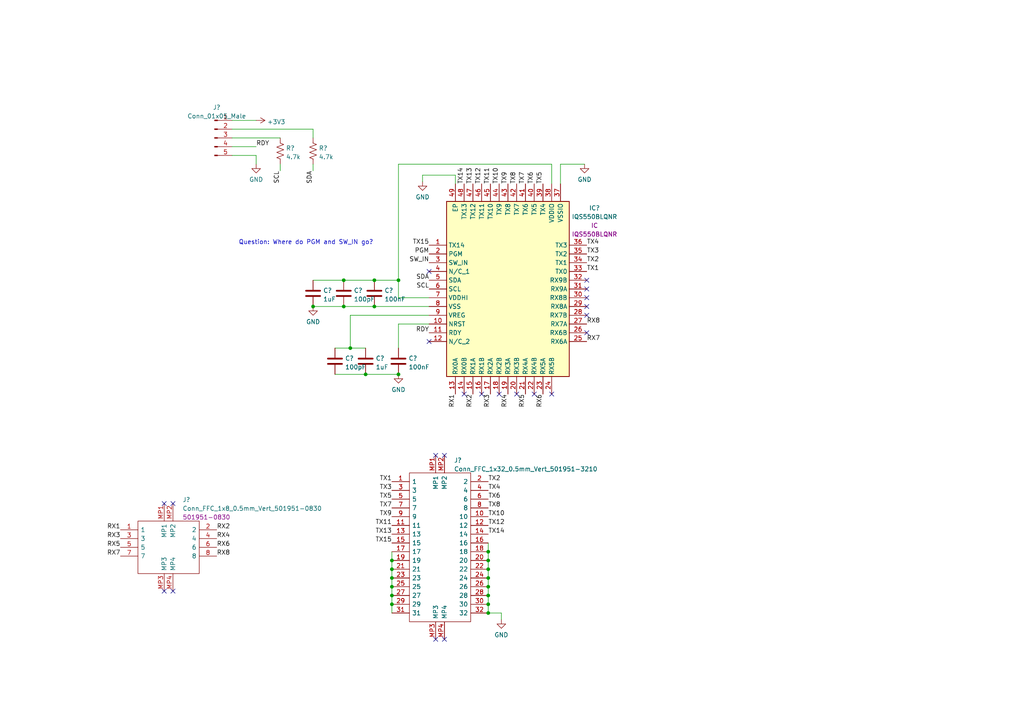
<source format=kicad_sch>
(kicad_sch (version 20211123) (generator eeschema)
  (paper "A4")
  (lib_symbols
    (symbol "Connector:Conn_01x05_Male" (pin_names (offset 1.016) hide)
      (property "Reference" "J" (at 0 7.62 0))
      (property "Value" "Conn_01x05_Male" (at 0 -7.62 0))
      (symbol "Conn_01x05_Male_1_1"
        (polyline (pts (xy 1.27 -5.08) (xy 0.8636 -5.08)) (stroke (width 0.1524)))
        (polyline (pts (xy 1.27 -2.54) (xy 0.8636 -2.54)) (stroke (width 0.1524)))
        (polyline (pts (xy 1.27 0) (xy 0.8636 0)) (stroke (width 0.1524)))
        (polyline (pts (xy 1.27 2.54) (xy 0.8636 2.54)) (stroke (width 0.1524)))
        (polyline (pts (xy 1.27 5.08) (xy 0.8636 5.08)) (stroke (width 0.1524)))
        (rectangle (start 0.8636 -4.953) (end 0 -5.207) (stroke (width 0.1524)) (fill (type outline)))
        (rectangle (start 0.8636 -2.413) (end 0 -2.667) (stroke (width 0.1524)) (fill (type outline)))
        (rectangle (start 0.8636 0.127) (end 0 -0.127) (stroke (width 0.1524)) (fill (type outline)))
        (rectangle (start 0.8636 2.667) (end 0 2.413) (stroke (width 0.1524)) (fill (type outline)))
        (rectangle (start 0.8636 5.207) (end 0 4.953) (stroke (width 0.1524)) (fill (type outline)))
        (pin passive line (at 5.08 5.08 180) (length 3.81) (name "Pin_1") (number "1"))
        (pin passive line (at 5.08 2.54 180) (length 3.81) (name "Pin_2") (number "2"))
        (pin passive line (at 5.08 0 180) (length 3.81) (name "Pin_3") (number "3"))
        (pin passive line (at 5.08 -2.54 180) (length 3.81) (name "Pin_4") (number "4"))
        (pin passive line (at 5.08 -5.08 180) (length 3.81) (name "Pin_5") (number "5"))
      )
    )
    (symbol "Device:C" (pin_numbers hide) (pin_names (offset 0.254))
      (property "Reference" "C" (at 0.635 2.54 0))
      (property "Value" "C" (at 0.635 -2.54 0))
      (symbol "C_0_1"
        (polyline (pts (xy -2.032 -0.762) (xy 2.032 -0.762)) (stroke (width 0.508)))
        (polyline (pts (xy -2.032 0.762) (xy 2.032 0.762)) (stroke (width 0.508)))
      )
      (symbol "C_1_1"
        (pin passive line (at 0 3.81 270) (length 2.794) (name "~") (number "1"))
        (pin passive line (at 0 -3.81 90) (length 2.794) (name "~") (number "2"))
      )
    )
    (symbol "Device:R_US" (pin_numbers hide) (pin_names (offset 0))
      (property "Reference" "R" (at 2.54 0 90))
      (property "Value" "R_US" (at -2.54 0 90))
      (symbol "R_US_0_1"
        (polyline (pts (xy 0 -2.286) (xy 0 -2.54)))
        (polyline (pts (xy 0 2.286) (xy 0 2.54)))
        (polyline (pts (xy 0 -0.762) (xy 1.016 -1.143) (xy 0 -1.524) (xy -1.016 -1.905) (xy 0 -2.286)))
        (polyline (pts (xy 0 0.762) (xy 1.016 0.381) (xy 0 0) (xy -1.016 -0.381) (xy 0 -0.762)))
        (polyline (pts (xy 0 2.286) (xy 1.016 1.905) (xy 0 1.524) (xy -1.016 1.143) (xy 0 0.762)))
      )
      (symbol "R_US_1_1"
        (pin passive line (at 0 3.81 270) (length 1.27) (name "~") (number "1"))
        (pin passive line (at 0 -3.81 90) (length 1.27) (name "~") (number "2"))
      )
    )
    (symbol "asmr-kicad:Conn_FFC_1x32_0.5mm_Vert_501951-3210" (pin_names (offset 0.762))
      (property "Reference" "J" (at 49.53 12.7 0))
      (property "Value" "Conn_FFC_1x32_0.5mm_Vert_501951-3210" (at 49.53 10.16 0))
      (symbol "Conn_FFC_1x32_0.5mm_Vert_501951-3210_0_0"
        (pin passive line (at 7.62 -15.24 90) (length 5.08) (name "1") (number "1"))
        (pin passive line (at 17.78 12.7 270) (length 5.08) (name "10") (number "10"))
        (pin passive line (at 20.32 -15.24 90) (length 5.08) (name "11") (number "11"))
        (pin passive line (at 20.32 12.7 270) (length 5.08) (name "12") (number "12"))
        (pin passive line (at 22.86 -15.24 90) (length 5.08) (name "13") (number "13"))
        (pin passive line (at 22.86 12.7 270) (length 5.08) (name "14") (number "14"))
        (pin passive line (at 25.4 -15.24 90) (length 5.08) (name "15") (number "15"))
        (pin passive line (at 25.4 12.7 270) (length 5.08) (name "16") (number "16"))
        (pin passive line (at 27.94 -15.24 90) (length 5.08) (name "17") (number "17"))
        (pin passive line (at 27.94 12.7 270) (length 5.08) (name "18") (number "18"))
        (pin passive line (at 30.48 -15.24 90) (length 5.08) (name "19") (number "19"))
        (pin passive line (at 7.62 12.7 270) (length 5.08) (name "2") (number "2"))
        (pin passive line (at 30.48 12.7 270) (length 5.08) (name "20") (number "20"))
        (pin passive line (at 33.02 -15.24 90) (length 5.08) (name "21") (number "21"))
        (pin passive line (at 33.02 12.7 270) (length 5.08) (name "22") (number "22"))
        (pin passive line (at 35.56 -15.24 90) (length 5.08) (name "23") (number "23"))
        (pin passive line (at 35.56 12.7 270) (length 5.08) (name "24") (number "24"))
        (pin passive line (at 38.1 -15.24 90) (length 5.08) (name "25") (number "25"))
        (pin passive line (at 38.1 12.7 270) (length 5.08) (name "26") (number "26"))
        (pin passive line (at 40.64 -15.24 90) (length 5.08) (name "27") (number "27"))
        (pin passive line (at 40.64 12.7 270) (length 5.08) (name "28") (number "28"))
        (pin passive line (at 43.18 -15.24 90) (length 5.08) (name "29") (number "29"))
        (pin passive line (at 10.16 -15.24 90) (length 5.08) (name "3") (number "3"))
        (pin passive line (at 43.18 12.7 270) (length 5.08) (name "30") (number "30"))
        (pin passive line (at 45.72 -15.24 90) (length 5.08) (name "31") (number "31"))
        (pin passive line (at 45.72 12.7 270) (length 5.08) (name "32") (number "32"))
        (pin passive line (at 10.16 12.7 270) (length 5.08) (name "4") (number "4"))
        (pin passive line (at 12.7 -15.24 90) (length 5.08) (name "5") (number "5"))
        (pin passive line (at 12.7 12.7 270) (length 5.08) (name "6") (number "6"))
        (pin passive line (at 15.24 -15.24 90) (length 5.08) (name "7") (number "7"))
        (pin passive line (at 15.24 12.7 270) (length 5.08) (name "8") (number "8"))
        (pin passive line (at 17.78 -15.24 90) (length 5.08) (name "9") (number "9"))
        (pin passive line (at 0 -2.54 0) (length 5.08) (name "MP1") (number "MP1"))
        (pin passive line (at 0 0 0) (length 5.08) (name "MP2") (number "MP2"))
        (pin passive line (at 53.34 -2.54 180) (length 5.08) (name "MP3") (number "MP3"))
        (pin passive line (at 53.34 0 180) (length 5.08) (name "MP4") (number "MP4"))
      )
      (symbol "Conn_FFC_1x32_0.5mm_Vert_501951-3210_0_1"
        (polyline (pts (xy 5.08 7.62) (xy 48.26 7.62) (xy 48.26 -10.16) (xy 5.08 -10.16) (xy 5.08 7.62)) (stroke (width 0.1524)))
      )
    )
    (symbol "asmr-kicad:Conn_FFC_1x8_0.5mm_Vert_501951-0830" (pin_names (offset 0.762))
      (property "Reference" "J" (at 21.59 12.7 0))
      (property "Value" "Conn_FFC_1x8_0.5mm_Vert_501951-0830" (at 21.59 10.16 0))
      (property "mpn" "501951-0830" (at 0 0 0))
      (symbol "Conn_FFC_1x8_0.5mm_Vert_501951-0830_0_0"
        (pin passive line (at 7.62 -15.24 90) (length 5.08) (name "1") (number "1"))
        (pin passive line (at 7.62 12.7 270) (length 5.08) (name "2") (number "2"))
        (pin passive line (at 10.16 -15.24 90) (length 5.08) (name "3") (number "3"))
        (pin passive line (at 10.16 12.7 270) (length 5.08) (name "4") (number "4"))
        (pin passive line (at 12.7 -15.24 90) (length 5.08) (name "5") (number "5"))
        (pin passive line (at 12.7 12.7 270) (length 5.08) (name "6") (number "6"))
        (pin passive line (at 15.24 -15.24 90) (length 5.08) (name "7") (number "7"))
        (pin passive line (at 15.24 12.7 270) (length 5.08) (name "8") (number "8"))
        (pin passive line (at 0 -2.54 0) (length 5.08) (name "MP1") (number "MP1"))
        (pin passive line (at 0 0 0) (length 5.08) (name "MP2") (number "MP2"))
        (pin passive line (at 25.4 -2.54 180) (length 5.08) (name "MP3") (number "MP3"))
        (pin passive line (at 25.4 0 180) (length 5.08) (name "MP4") (number "MP4"))
      )
      (symbol "Conn_FFC_1x8_0.5mm_Vert_501951-0830_0_1"
        (polyline (pts (xy 5.08 7.62) (xy 20.32 7.62) (xy 20.32 -10.16) (xy 5.08 -10.16) (xy 5.08 7.62)) (stroke (width 0.1524)))
      )
    )
    (symbol "asmr-kicad:IQS550BLQNR"
      (property "Reference" "IC" (at 0 0 0))
      (property "Value" "IQS550BLQNR" (at 48.26 11.43 0))
      (property "Reference_1" "IC" (at 41.91 17.78 0))
      (property "Value_1" "IQS550BLQNR" (at 41.91 15.24 0))
      (symbol "IQS550BLQNR_1_1"
        (rectangle (start 5.08 12.7) (end 40.64 -38.1) (stroke (width 0.254)) (fill (type background)))
        (pin passive line (at 0 0 0) (length 5.08) (name "TX14") (number "1"))
        (pin passive line (at 0 -22.86 0) (length 5.08) (name "NRST") (number "10"))
        (pin passive line (at 0 -25.4 0) (length 5.08) (name "RDY") (number "11"))
        (pin passive line (at 0 -27.94 0) (length 5.08) (name "N/C_2") (number "12"))
        (pin passive line (at 7.62 -43.18 90) (length 5.08) (name "RX0A") (number "13"))
        (pin passive line (at 10.16 -43.18 90) (length 5.08) (name "RX0B") (number "14"))
        (pin passive line (at 12.7 -43.18 90) (length 5.08) (name "RX1A") (number "15"))
        (pin passive line (at 15.24 -43.18 90) (length 5.08) (name "RX1B") (number "16"))
        (pin passive line (at 17.78 -43.18 90) (length 5.08) (name "RX2A") (number "17"))
        (pin passive line (at 20.32 -43.18 90) (length 5.08) (name "RX2B") (number "18"))
        (pin passive line (at 22.86 -43.18 90) (length 5.08) (name "RX3A") (number "19"))
        (pin passive line (at 0 -2.54 0) (length 5.08) (name "PGM") (number "2"))
        (pin passive line (at 25.4 -43.18 90) (length 5.08) (name "RX3B") (number "20"))
        (pin passive line (at 27.94 -43.18 90) (length 5.08) (name "RX4A") (number "21"))
        (pin passive line (at 30.48 -43.18 90) (length 5.08) (name "RX4B") (number "22"))
        (pin passive line (at 33.02 -43.18 90) (length 5.08) (name "RX5A") (number "23"))
        (pin passive line (at 35.56 -43.18 90) (length 5.08) (name "RX5B") (number "24"))
        (pin passive line (at 45.72 -27.94 180) (length 5.08) (name "RX6A") (number "25"))
        (pin passive line (at 45.72 -25.4 180) (length 5.08) (name "RX6B") (number "26"))
        (pin passive line (at 45.72 -22.86 180) (length 5.08) (name "RX7A") (number "27"))
        (pin passive line (at 45.72 -20.32 180) (length 5.08) (name "RX7B") (number "28"))
        (pin passive line (at 45.72 -17.78 180) (length 5.08) (name "RX8A") (number "29"))
        (pin passive line (at 0 -5.08 0) (length 5.08) (name "SW_IN") (number "3"))
        (pin passive line (at 45.72 -15.24 180) (length 5.08) (name "RX8B") (number "30"))
        (pin passive line (at 45.72 -12.7 180) (length 5.08) (name "RX9A") (number "31"))
        (pin passive line (at 45.72 -10.16 180) (length 5.08) (name "RX9B") (number "32"))
        (pin passive line (at 45.72 -7.62 180) (length 5.08) (name "TX0") (number "33"))
        (pin passive line (at 45.72 -5.08 180) (length 5.08) (name "TX1") (number "34"))
        (pin passive line (at 45.72 -2.54 180) (length 5.08) (name "TX2") (number "35"))
        (pin passive line (at 45.72 0 180) (length 5.08) (name "TX3") (number "36"))
        (pin passive line (at 38.1 17.78 270) (length 5.08) (name "VSSIO") (number "37"))
        (pin passive line (at 35.56 17.78 270) (length 5.08) (name "VDDIO") (number "38"))
        (pin passive line (at 33.02 17.78 270) (length 5.08) (name "TX4") (number "39"))
        (pin passive line (at 0 -7.62 0) (length 5.08) (name "N/C_1") (number "4"))
        (pin passive line (at 30.48 17.78 270) (length 5.08) (name "TX5") (number "40"))
        (pin passive line (at 27.94 17.78 270) (length 5.08) (name "TX6") (number "41"))
        (pin passive line (at 25.4 17.78 270) (length 5.08) (name "TX7") (number "42"))
        (pin passive line (at 22.86 17.78 270) (length 5.08) (name "TX8") (number "43"))
        (pin passive line (at 20.32 17.78 270) (length 5.08) (name "TX9") (number "44"))
        (pin passive line (at 17.78 17.78 270) (length 5.08) (name "TX10") (number "45"))
        (pin passive line (at 15.24 17.78 270) (length 5.08) (name "TX11") (number "46"))
        (pin passive line (at 12.7 17.78 270) (length 5.08) (name "TX12") (number "47"))
        (pin passive line (at 10.16 17.78 270) (length 5.08) (name "TX13") (number "48"))
        (pin passive line (at 7.62 17.78 270) (length 5.08) (name "EP") (number "49"))
        (pin passive line (at 0 -10.16 0) (length 5.08) (name "SDA") (number "5"))
        (pin passive line (at 0 -12.7 0) (length 5.08) (name "SCL") (number "6"))
        (pin passive line (at 0 -15.24 0) (length 5.08) (name "VDDHI") (number "7"))
        (pin passive line (at 0 -17.78 0) (length 5.08) (name "VSS") (number "8"))
        (pin passive line (at 0 -20.32 0) (length 5.08) (name "VREG") (number "9"))
      )
    )
    (symbol "power:+3V3" (power) (pin_names (offset 0))
      (property "Value" "+3V3" (at 0 3.556 0))
      (symbol "+3V3_0_1"
        (polyline (pts (xy -0.762 1.27) (xy 0 2.54)))
        (polyline (pts (xy 0 0) (xy 0 2.54)))
        (polyline (pts (xy 0 2.54) (xy 0.762 1.27)))
      )
      (symbol "+3V3_1_1"
        (pin power_in line (at 0 0 90) (length 0) hide (name "+3V3") (number "1"))
      )
    )
    (symbol "power:GND" (power) (pin_names (offset 0))
      (property "Value" "GND" (at 0 -3.81 0))
      (symbol "GND_0_1"
        (polyline (pts (xy 0 0) (xy 0 -1.27) (xy 1.27 -1.27) (xy 0 -2.54) (xy -1.27 -1.27) (xy 0 -1.27)))
      )
      (symbol "GND_1_1"
        (pin power_in line (at 0 0 270) (length 0) hide (name "GND") (number "1"))
      )
    )
  )
  (junction (at 113.665 170.18))
  (junction (at 113.665 172.72))
  (junction (at 141.605 175.26))
  (junction (at 113.665 162.56))
  (junction (at 141.605 172.72))
  (junction (at 90.805 88.9))
  (junction (at 141.605 162.56))
  (junction (at 141.605 160.02))
  (junction (at 106.045 108.585))
  (junction (at 113.665 165.1))
  (junction (at 115.57 81.28))
  (junction (at 113.665 167.64))
  (junction (at 141.605 165.1))
  (junction (at 141.605 170.18))
  (junction (at 115.57 108.585))
  (junction (at 108.585 88.9))
  (junction (at 141.605 177.8))
  (junction (at 108.585 81.28))
  (junction (at 101.6 100.965))
  (junction (at 141.605 167.64))
  (junction (at 113.665 175.26))
  (junction (at 99.695 81.28))
  (junction (at 99.695 88.9))
  (no_connect (at 170.18 88.9))
  (no_connect (at 170.18 96.52))
  (no_connect (at 170.18 91.44))
  (no_connect (at 170.18 86.36))
  (no_connect (at 170.18 81.28))
  (no_connect (at 170.18 83.82))
  (no_connect (at 124.46 78.74))
  (no_connect (at 124.46 99.06))
  (no_connect (at 160.02 114.3))
  (no_connect (at 154.94 114.3))
  (no_connect (at 149.86 114.3))
  (no_connect (at 144.78 114.3))
  (no_connect (at 139.7 114.3))
  (no_connect (at 134.62 114.3))
  (no_connect (at 126.365 185.42))
  (no_connect (at 128.905 185.42))
  (no_connect (at 126.365 132.08))
  (no_connect (at 128.905 132.08))
  (no_connect (at 47.625 171.45))
  (no_connect (at 50.165 171.45))
  (no_connect (at 47.625 146.05))
  (no_connect (at 50.165 146.05))
  (wire (pts (xy 67.31 42.545) (xy 74.295 42.545)))
  (wire (pts (xy 162.56 47.625) (xy 169.545 47.625)))
  (wire (pts (xy 115.57 93.98) (xy 115.57 100.965)))
  (wire (pts (xy 145.415 177.8) (xy 145.415 179.705)))
  (wire (pts (xy 115.57 86.36) (xy 115.57 81.28)))
  (wire (pts (xy 90.805 47.625) (xy 90.805 49.53)))
  (wire (pts (xy 90.805 81.28) (xy 99.695 81.28)))
  (wire (pts (xy 141.605 170.18) (xy 141.605 172.72)))
  (wire (pts (xy 99.695 88.9) (xy 108.585 88.9)))
  (wire (pts (xy 90.805 37.465) (xy 90.805 40.005)))
  (wire (pts (xy 101.6 91.44) (xy 124.46 91.44)))
  (wire (pts (xy 141.605 177.8) (xy 145.415 177.8)))
  (wire (pts (xy 141.605 175.26) (xy 141.605 177.8)))
  (wire (pts (xy 113.665 175.26) (xy 113.665 177.8)))
  (wire (pts (xy 67.31 45.085) (xy 74.295 45.085)))
  (wire (pts (xy 115.57 81.28) (xy 108.585 81.28)))
  (wire (pts (xy 162.56 53.34) (xy 162.56 47.625)))
  (wire (pts (xy 113.665 160.02) (xy 113.665 162.56)))
  (wire (pts (xy 115.57 47.625) (xy 115.57 81.28)))
  (wire (pts (xy 106.045 108.585) (xy 115.57 108.585)))
  (wire (pts (xy 124.46 86.36) (xy 115.57 86.36)))
  (wire (pts (xy 67.31 37.465) (xy 90.805 37.465)))
  (wire (pts (xy 108.585 88.9) (xy 124.46 88.9)))
  (wire (pts (xy 141.605 167.64) (xy 141.605 170.18)))
  (wire (pts (xy 81.28 47.625) (xy 81.28 49.53)))
  (wire (pts (xy 132.08 50.8) (xy 122.555 50.8)))
  (wire (pts (xy 132.08 53.34) (xy 132.08 50.8)))
  (wire (pts (xy 113.665 170.18) (xy 113.665 172.72)))
  (wire (pts (xy 67.31 34.925) (xy 74.295 34.925)))
  (wire (pts (xy 141.605 172.72) (xy 141.605 175.26)))
  (wire (pts (xy 74.295 45.085) (xy 74.295 47.625)))
  (wire (pts (xy 122.555 50.8) (xy 122.555 52.705)))
  (wire (pts (xy 141.605 165.1) (xy 141.605 167.64)))
  (wire (pts (xy 160.02 47.625) (xy 115.57 47.625)))
  (wire (pts (xy 113.665 167.64) (xy 113.665 170.18)))
  (wire (pts (xy 124.46 93.98) (xy 115.57 93.98)))
  (wire (pts (xy 113.665 165.1) (xy 113.665 167.64)))
  (wire (pts (xy 101.6 100.965) (xy 106.045 100.965)))
  (wire (pts (xy 101.6 91.44) (xy 101.6 100.965)))
  (wire (pts (xy 90.805 88.9) (xy 99.695 88.9)))
  (wire (pts (xy 97.155 108.585) (xy 106.045 108.585)))
  (wire (pts (xy 99.695 81.28) (xy 108.585 81.28)))
  (wire (pts (xy 141.605 157.48) (xy 141.605 160.02)))
  (wire (pts (xy 113.665 162.56) (xy 113.665 165.1)))
  (wire (pts (xy 97.155 100.965) (xy 101.6 100.965)))
  (wire (pts (xy 113.665 172.72) (xy 113.665 175.26)))
  (wire (pts (xy 141.605 160.02) (xy 141.605 162.56)))
  (wire (pts (xy 160.02 53.34) (xy 160.02 47.625)))
  (wire (pts (xy 67.31 40.005) (xy 81.28 40.005)))
  (wire (pts (xy 141.605 162.56) (xy 141.605 165.1)))
  (text "Question: Where do PGM and SW_IN go?" (at 69.215 71.12 0) (effects (font (size 1.27 1.27)) (justify left bottom)))
  (label "RX2" (at 137.16 114.3 270))
  (label "TX5" (at 113.665 144.78 180))
  (label "SCL" (at 81.28 49.53 270))
  (label "TX11" (at 113.665 152.4 180))
  (label "TX14" (at 134.62 53.34 90))
  (label "RX8" (at 170.18 93.98 0))
  (label "SDA" (at 90.805 49.53 270))
  (label "TX6" (at 154.94 53.34 90))
  (label "TX2" (at 141.605 139.7 0))
  (label "RX5" (at 34.925 158.75 180))
  (label "RX6" (at 62.865 158.75 0))
  (label "TX5" (at 157.48 53.34 90))
  (label "SW_IN" (at 124.46 76.2 180))
  (label "TX8" (at 141.605 147.32 0))
  (label "RX3" (at 34.925 156.21 180))
  (label "TX12" (at 139.7 53.34 90))
  (label "TX4" (at 170.18 71.12 0))
  (label "RX5" (at 152.4 114.3 270))
  (label "TX1" (at 113.665 139.7 180))
  (label "RDY" (at 74.295 42.545 0))
  (label "TX4" (at 141.605 142.24 0))
  (label "TX8" (at 149.86 53.34 90))
  (label "RX1" (at 34.925 153.67 180))
  (label "TX3" (at 170.18 73.66 0))
  (label "TX13" (at 113.665 154.94 180))
  (label "TX10" (at 144.78 53.34 90))
  (label "TX14" (at 141.605 154.94 0))
  (label "RX1" (at 132.08 114.3 270))
  (label "TX6" (at 141.605 144.78 0))
  (label "RX8" (at 62.865 161.29 0))
  (label "TX15" (at 124.46 71.12 180))
  (label "RX2" (at 62.865 153.67 0))
  (label "TX7" (at 152.4 53.34 90))
  (label "TX9" (at 147.32 53.34 90))
  (label "TX3" (at 113.665 142.24 180))
  (label "TX11" (at 142.24 53.34 90))
  (label "RDY" (at 124.46 96.52 180))
  (label "PGM" (at 124.46 73.66 180))
  (label "RX4" (at 62.865 156.21 0))
  (label "RX7" (at 170.18 99.06 0))
  (label "TX13" (at 137.16 53.34 90))
  (label "TX9" (at 113.665 149.86 180))
  (label "TX1" (at 170.18 78.74 0))
  (label "TX2" (at 170.18 76.2 0))
  (label "SDA" (at 124.46 81.28 180))
  (label "TX10" (at 141.605 149.86 0))
  (label "RX6" (at 157.48 114.3 270))
  (label "TX15" (at 113.665 157.48 180))
  (label "TX7" (at 113.665 147.32 180))
  (label "RX4" (at 147.32 114.3 270))
  (label "RX7" (at 34.925 161.29 180))
  (label "TX12" (at 141.605 152.4 0))
  (label "SCL" (at 124.46 83.82 180))
  (label "RX3" (at 142.24 114.3 270))
  (symbol (lib_id "asmr-kicad:Conn_FFC_1x8_0.5mm_Vert_501951-0830") (at 50.165 146.05 270) (unit 1)
    (property "Reference" "J?" (at 52.9337 144.9442 90) (effects (justify left)))
    (property "Value" "Conn_FFC_1x8_0.5mm_Vert_501951-0830" (at 52.9337 147.4811 90) (effects (justify left)))
    (property "Footprint" "ASMR_footprints:Conn_FFC_1x8_0.5mm_Molex_5019510830" (effects hide))
    (property "Datasheet" "https://www.molex.com/webdocs/datasheets/pdf/en-us/5019510830_FFC_FPC_CONNECTORS.pdf" (effects hide))
    (property "Description" "0.5 FPC HSG ASSY EASYONST8CKT MBSTPPKG" (effects hide))
    (property "Height" "4.54" (effects hide))
    (property "Mouser Part Number" "538-501951-0830" (effects hide))
    (property "Mouser Price/Stock" "https://www.mouser.co.uk/ProductDetail/Molex/501951-0830?qs=PzGy0jfpSMtqYfXm3SDyHQ%3D%3D" (effects hide))
    (property "Manufacturer_Name" "Molex" (effects hide))
    (property "Manufacturer_Part_Number" "501951-0830" (effects hide))
    (property "mpn" "501951-0830" (at 52.9337 150.018 90) (effects (justify left)))
  )
  (symbol (lib_id "asmr-kicad:IQS550BLQNR") (at 124.46 71.12 0) (unit 1)
    (property "Reference" "IC?" (at 172.4426 60.3397 0))
    (property "Value" "IQS550BLQNR" (at 172.4426 62.8766 0))
    (property "Footprint" "ASMR_footprints:QFN50P700X700X60-49N-D" (effects hide))
    (property "Datasheet" "https://www.azoteq.com/images/stories/pdf/iqs5xx-b000_trackpad_datasheet.pdf" (effects hide))
    (property "Reference_1" "IC" (at 172.4426 65.4135 0))
    (property "Value_1" "IQS550BLQNR" (at 172.4426 67.9504 0))
    (property "Footprint_1" "QFN50P700X700X60-49N-D" (effects hide))
    (property "Datasheet_1" "https://componentsearchengine.com/Datasheets/1/IQS550BLQNR.pdf" (effects hide))
    (property "Height" "0.6" (effects hide))
    (property "Mouser Part Number" "N/A" (effects hide))
    (property "Mouser Price/Stock" "https://www.mouser.com/Search/Refine.aspx?Keyword=N%2FA" (effects hide))
    (property "Manufacturer_Name" "Azoteq" (effects hide))
    (property "Manufacturer_Part_Number" "IQS550BLQNR" (effects hide))
  )
  (symbol (lib_id "Device:C") (at 97.155 104.775 0) (unit 1)
    (property "Reference" "C?" (at 100.076 103.9403 0) (effects (justify left)))
    (property "Value" "100pF" (at 100.076 106.4772 0) (effects (justify left)))
  )
  (symbol (lib_id "Connector:Conn_01x05_Male") (at 62.23 40.005 0) (unit 1)
    (property "Reference" "J?" (at 62.865 31.149 0))
    (property "Value" "Conn_01x05_Male" (at 62.865 33.6859 0))
  )
  (symbol (lib_id "Device:R_US") (at 90.805 43.815 0) (unit 1)
    (property "Reference" "R?" (at 92.456 42.9803 0) (effects (justify left)))
    (property "Value" "4.7k" (at 92.456 45.5172 0) (effects (justify left)))
  )
  (symbol (lib_id "Device:C") (at 99.695 85.09 0) (unit 1)
    (property "Reference" "C?" (at 102.616 84.2553 0) (effects (justify left)))
    (property "Value" "100pF" (at 102.616 86.7922 0) (effects (justify left)))
  )
  (symbol (lib_id "asmr-kicad:Conn_FFC_1x32_0.5mm_Vert_501951-3210") (at 128.905 132.08 270) (unit 1)
    (property "Reference" "J?" (at 131.6737 133.511 90) (effects (justify left)))
    (property "Value" "Conn_FFC_1x32_0.5mm_Vert_501951-3210" (at 131.6737 136.0479 90) (effects (justify left)))
    (property "Footprint" "ASMR_footprints:Conn_FFC_1x32_0.5mm_Molex_5019513210" (effects hide))
    (property "Datasheet" "https://componentsearchengine.com/Datasheets/2/501951-3210.pdf" (effects hide))
    (property "Description" "FFC & FPC Connectors 0.5 FPC Hsg Assy Eas syOnST32CktEmbsTpPkg" (effects hide))
    (property "Height" "4.8" (effects hide))
    (property "Mouser Part Number" "538-501951-3210" (effects hide))
    (property "Mouser Price/Stock" "https://www.mouser.co.uk/ProductDetail/Molex/501951-3210?qs=sMDukONGwJWhGNjoP7Lghg%3D%3D" (effects hide))
    (property "Manufacturer_Name" "Molex" (effects hide))
    (property "Manufacturer_Part_Number" "501951-3210" (effects hide))
  )
  (symbol (lib_id "Device:C") (at 115.57 104.775 0) (unit 1)
    (property "Reference" "C?" (at 118.491 103.9403 0) (effects (justify left)))
    (property "Value" "100nF" (at 118.491 106.4772 0) (effects (justify left)))
  )
  (symbol (lib_id "Device:C") (at 90.805 85.09 0) (unit 1)
    (property "Reference" "C?" (at 93.726 84.2553 0) (effects (justify left)))
    (property "Value" "1uF" (at 93.726 86.7922 0) (effects (justify left)))
  )
  (symbol (lib_id "power:GND") (at 115.57 108.585 0) (unit 1)
    (property "Reference" "#PWR?" (effects hide))
    (property "Value" "GND" (at 115.57 113.0284 0))
  )
  (symbol (lib_id "Device:R_US") (at 81.28 43.815 0) (unit 1)
    (property "Reference" "R?" (at 82.931 42.9803 0) (effects (justify left)))
    (property "Value" "4.7k" (at 82.931 45.5172 0) (effects (justify left)))
  )
  (symbol (lib_id "Device:C") (at 108.585 85.09 0) (unit 1)
    (property "Reference" "C?" (at 111.506 84.2553 0) (effects (justify left)))
    (property "Value" "100nF" (at 111.506 86.7922 0) (effects (justify left)))
  )
  (symbol (lib_id "power:GND") (at 169.545 47.625 0) (unit 1)
    (property "Reference" "#PWR?" (effects hide))
    (property "Value" "GND" (at 169.545 52.0684 0))
  )
  (symbol (lib_id "power:GND") (at 122.555 52.705 0) (unit 1)
    (property "Reference" "#PWR?" (effects hide))
    (property "Value" "GND" (at 122.555 57.1484 0))
  )
  (symbol (lib_id "Device:C") (at 106.045 104.775 0) (unit 1)
    (property "Reference" "C?" (at 108.966 103.9403 0) (effects (justify left)))
    (property "Value" "1uF" (at 108.966 106.4772 0) (effects (justify left)))
  )
  (symbol (lib_id "power:GND") (at 90.805 88.9 0) (unit 1)
    (property "Reference" "#PWR?" (effects hide))
    (property "Value" "GND" (at 90.805 93.3434 0))
  )
  (symbol (lib_id "power:+3V3") (at 74.295 34.925 270) (unit 1)
    (property "Reference" "#PWR?" (effects hide))
    (property "Value" "+3V3" (at 77.47 35.3588 90) (effects (justify left)))
  )
  (symbol (lib_id "power:GND") (at 74.295 47.625 0) (unit 1)
    (property "Reference" "#PWR?" (effects hide))
    (property "Value" "GND" (at 74.295 52.0684 0))
  )
  (symbol (lib_id "power:GND") (at 145.415 179.705 0) (unit 1)
    (property "Reference" "#PWR?" (effects hide))
    (property "Value" "GND" (at 145.415 184.1484 0))
  )
)
</source>
